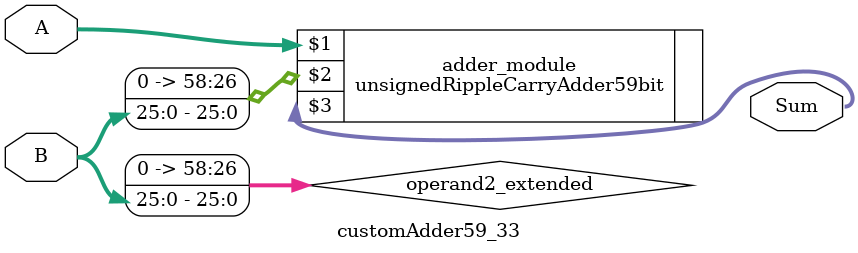
<source format=v>
module customAdder59_33(
                        input [58 : 0] A,
                        input [25 : 0] B,
                        
                        output [59 : 0] Sum
                );

        wire [58 : 0] operand2_extended;
        
        assign operand2_extended =  {33'b0, B};
        
        unsignedRippleCarryAdder59bit adder_module(
            A,
            operand2_extended,
            Sum
        );
        
        endmodule
        
</source>
